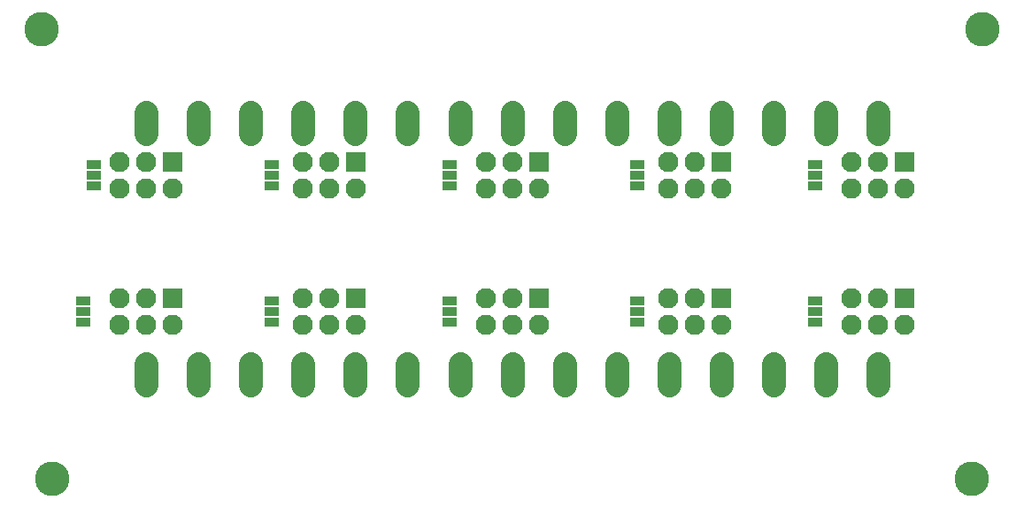
<source format=gbr>
G04 EAGLE Gerber RS-274X export*
G75*
%MOMM*%
%FSLAX34Y34*%
%LPD*%
%INSoldermask Top*%
%IPPOS*%
%AMOC8*
5,1,8,0,0,1.08239X$1,22.5*%
G01*
%ADD10C,3.303200*%
%ADD11R,1.953200X1.953200*%
%ADD12C,1.953200*%
%ADD13C,2.303200*%
%ADD14R,1.473200X0.838200*%


D10*
X60000Y60000D03*
X50000Y490000D03*
X950000Y490000D03*
X940000Y60000D03*
D11*
X175400Y362700D03*
D12*
X175400Y337300D03*
X150000Y362700D03*
X150000Y337300D03*
X124600Y362700D03*
X124600Y337300D03*
D11*
X175400Y232700D03*
D12*
X175400Y207300D03*
X150000Y232700D03*
X150000Y207300D03*
X124600Y232700D03*
X124600Y207300D03*
D11*
X350400Y362700D03*
D12*
X350400Y337300D03*
X325000Y362700D03*
X325000Y337300D03*
X299600Y362700D03*
X299600Y337300D03*
D11*
X350400Y232700D03*
D12*
X350400Y207300D03*
X325000Y232700D03*
X325000Y207300D03*
X299600Y232700D03*
X299600Y207300D03*
D11*
X700400Y362700D03*
D12*
X700400Y337300D03*
X675000Y362700D03*
X675000Y337300D03*
X649600Y362700D03*
X649600Y337300D03*
D11*
X700400Y232700D03*
D12*
X700400Y207300D03*
X675000Y232700D03*
X675000Y207300D03*
X649600Y232700D03*
X649600Y207300D03*
D11*
X875400Y362700D03*
D12*
X875400Y337300D03*
X850000Y362700D03*
X850000Y337300D03*
X824600Y362700D03*
X824600Y337300D03*
D11*
X875400Y232700D03*
D12*
X875400Y207300D03*
X850000Y232700D03*
X850000Y207300D03*
X824600Y232700D03*
X824600Y207300D03*
D11*
X525400Y362700D03*
D12*
X525400Y337300D03*
X500000Y362700D03*
X500000Y337300D03*
X474600Y362700D03*
X474600Y337300D03*
D11*
X525400Y232700D03*
D12*
X525400Y207300D03*
X500000Y232700D03*
X500000Y207300D03*
X474600Y232700D03*
X474600Y207300D03*
D13*
X350000Y389700D02*
X350000Y410700D01*
X300000Y410700D02*
X300000Y389700D01*
X250000Y389700D02*
X250000Y410700D01*
X200000Y410700D02*
X200000Y389700D01*
X150000Y389700D02*
X150000Y410700D01*
X850000Y410700D02*
X850000Y389700D01*
X800000Y389700D02*
X800000Y410700D01*
X750000Y410700D02*
X750000Y389700D01*
X700000Y389700D02*
X700000Y410700D01*
X650000Y410700D02*
X650000Y389700D01*
X600000Y389700D02*
X600000Y410700D01*
X550000Y410700D02*
X550000Y389700D01*
X500000Y389700D02*
X500000Y410700D01*
X450000Y410700D02*
X450000Y389700D01*
X400000Y389700D02*
X400000Y410700D01*
X150000Y170300D02*
X150000Y149300D01*
X200000Y149300D02*
X200000Y170300D01*
X250000Y170300D02*
X250000Y149300D01*
X300000Y149300D02*
X300000Y170300D01*
X350000Y170300D02*
X350000Y149300D01*
X400000Y149300D02*
X400000Y170300D01*
X450000Y170300D02*
X450000Y149300D01*
X500000Y149300D02*
X500000Y170300D01*
X550000Y170300D02*
X550000Y149300D01*
X600000Y149300D02*
X600000Y170300D01*
X650000Y170300D02*
X650000Y149300D01*
X700000Y149300D02*
X700000Y170300D01*
X750000Y170300D02*
X750000Y149300D01*
X800000Y149300D02*
X800000Y170300D01*
X850000Y170300D02*
X850000Y149300D01*
D14*
X90000Y230160D03*
X90000Y220000D03*
X90000Y209840D03*
X270000Y230160D03*
X270000Y220000D03*
X270000Y209840D03*
X790000Y360160D03*
X790000Y350000D03*
X790000Y339840D03*
X790000Y230160D03*
X790000Y220000D03*
X790000Y209840D03*
X440000Y360160D03*
X440000Y350000D03*
X440000Y339840D03*
X440000Y230160D03*
X440000Y220000D03*
X440000Y209840D03*
X620000Y230160D03*
X620000Y220000D03*
X620000Y209840D03*
X620000Y360160D03*
X620000Y350000D03*
X620000Y339840D03*
X100000Y360160D03*
X100000Y350000D03*
X100000Y339840D03*
X270000Y360160D03*
X270000Y350000D03*
X270000Y339840D03*
M02*

</source>
